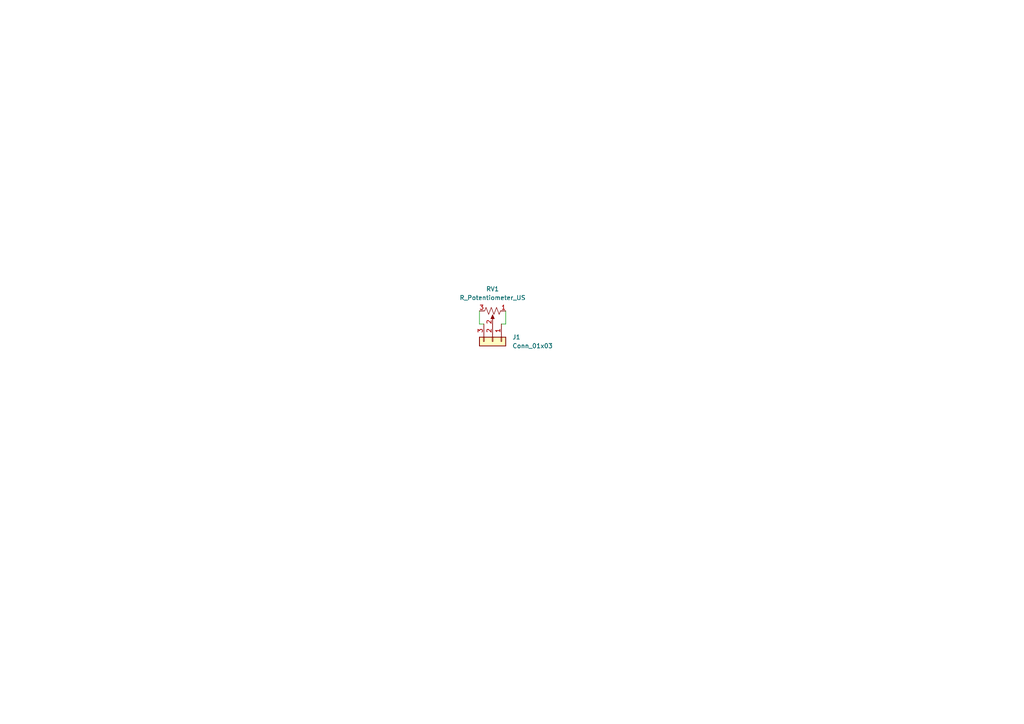
<source format=kicad_sch>
(kicad_sch (version 20230121) (generator eeschema)
  (paper "A4")
  (lib_symbols
    (symbol "Connector_Generic:Conn_01x03" (pin_names (offset 1.016) hide)
      (property "Reference" "J" (at 0 5.08 0))
      (property "Value" "Conn_01x03" (at 0 -5.08 0))
      (symbol "Conn_01x03_1_1"
        (rectangle (start -1.27 -2.413) (end 0 -2.667) (stroke (width 0.1524)))
        (rectangle (start -1.27 0.127) (end 0 -0.127) (stroke (width 0.1524)))
        (rectangle (start -1.27 2.667) (end 0 2.413) (stroke (width 0.1524)))
        (rectangle (start -1.27 3.81) (end 1.27 -3.81) (stroke (width 0.254)) (fill (type background)))
        (pin passive line (at -5.08 2.54 0) (length 3.81) (name "Pin_1") (number "1"))
        (pin passive line (at -5.08 0 0) (length 3.81) (name "Pin_2") (number "2"))
        (pin passive line (at -5.08 -2.54 0) (length 3.81) (name "Pin_3") (number "3"))
      )
    )
    (symbol "Device:R_Potentiometer_US" (pin_names (offset 1.016) hide)
      (property "Reference" "RV" (at -4.445 0 90))
      (property "Value" "R_Potentiometer_US" (at -2.54 0 90))
      (symbol "R_Potentiometer_US_0_1"
        (polyline (pts (xy 0 -2.286) (xy 0 -2.54)))
        (polyline (pts (xy 0 2.54) (xy 0 2.286)))
        (polyline (pts (xy 2.54 0) (xy 1.524 0)))
        (polyline (pts (xy 1.143 0) (xy 2.286 0.508) (xy 2.286 -0.508) (xy 1.143 0)) (fill (type outline)))
        (polyline (pts (xy 0 -0.762) (xy 1.016 -1.143) (xy 0 -1.524) (xy -1.016 -1.905) (xy 0 -2.286)))
        (polyline (pts (xy 0 0.762) (xy 1.016 0.381) (xy 0 0) (xy -1.016 -0.381) (xy 0 -0.762)))
        (polyline (pts (xy 0 2.286) (xy 1.016 1.905) (xy 0 1.524) (xy -1.016 1.143) (xy 0 0.762)))
      )
      (symbol "R_Potentiometer_US_1_1"
        (pin passive line (at 0 3.81 270) (length 1.27) (name "1") (number "1"))
        (pin passive line (at 3.81 0 180) (length 1.27) (name "2") (number "2"))
        (pin passive line (at 0 -3.81 90) (length 1.27) (name "3") (number "3"))
      )
    )
  )
  (wire (pts (xy 139.065 93.98) (xy 139.065 90.17)))
  (wire (pts (xy 146.685 93.98) (xy 146.685 90.17)))
  (wire (pts (xy 145.415 93.98) (xy 146.685 93.98)))
  (wire (pts (xy 140.335 93.98) (xy 139.065 93.98)))
  (symbol (lib_id "Device:R_Potentiometer_US") (at 142.875 90.17 270) (unit 1)
    (property "Reference" "RV1" (at 142.875 83.82 90))
    (property "Value" "R_Potentiometer_US" (at 142.875 86.36 90))
    (property "Footprint" "Potentiometer_THT:Potentiometer_Alpha_RD901F-40-00D_Single_Vertical" (effects hide))
  )
  (symbol (lib_id "Connector_Generic:Conn_01x03") (at 142.875 99.06 270) (unit 1)
    (property "Reference" "J1" (at 148.59 97.79 90) (effects (justify left)))
    (property "Value" "Conn_01x03" (at 148.59 100.33 90) (effects (justify left)))
    (property "Footprint" "Connector_PinHeader_2.54mm:PinHeader_1x03_P2.54mm_Horizontal" (effects hide))
  )
)
</source>
